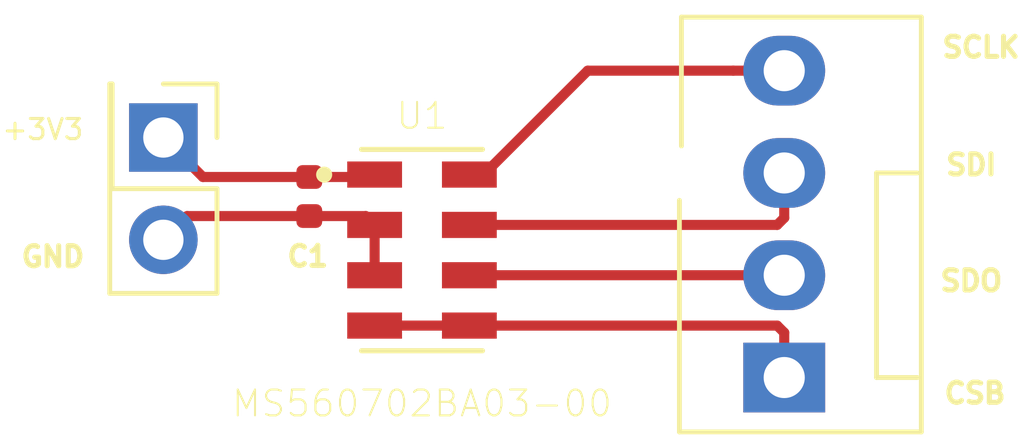
<source format=kicad_pcb>
(kicad_pcb (version 20171130) (host pcbnew "(5.0.0)")

  (general
    (thickness 1.6)
    (drawings 6)
    (tracks 21)
    (zones 0)
    (modules 4)
    (nets 7)
  )

  (page A4)
  (layers
    (0 F.Cu signal)
    (1 In1.Cu power)
    (2 In2.Cu power)
    (31 B.Cu signal)
    (32 B.Adhes user)
    (33 F.Adhes user)
    (34 B.Paste user)
    (35 F.Paste user)
    (36 B.SilkS user)
    (37 F.SilkS user)
    (38 B.Mask user)
    (39 F.Mask user)
    (40 Dwgs.User user)
    (41 Cmts.User user)
    (42 Eco1.User user)
    (43 Eco2.User user)
    (44 Edge.Cuts user)
    (45 Margin user)
    (46 B.CrtYd user)
    (47 F.CrtYd user)
    (48 B.Fab user)
    (49 F.Fab user)
  )

  (setup
    (last_trace_width 0.25)
    (trace_clearance 0.2)
    (zone_clearance 0.508)
    (zone_45_only no)
    (trace_min 0.2)
    (segment_width 0.2)
    (edge_width 0.1)
    (via_size 0.8)
    (via_drill 0.4)
    (via_min_size 0.4)
    (via_min_drill 0.3)
    (uvia_size 0.3)
    (uvia_drill 0.1)
    (uvias_allowed no)
    (uvia_min_size 0.2)
    (uvia_min_drill 0.1)
    (pcb_text_width 0.3)
    (pcb_text_size 1.5 1.5)
    (mod_edge_width 0.15)
    (mod_text_size 1 1)
    (mod_text_width 0.15)
    (pad_size 1.5 1.5)
    (pad_drill 0.6)
    (pad_to_mask_clearance 0)
    (aux_axis_origin 0 0)
    (visible_elements 7FFFFFFF)
    (pcbplotparams
      (layerselection 0x010fc_ffffffff)
      (usegerberextensions false)
      (usegerberattributes false)
      (usegerberadvancedattributes false)
      (creategerberjobfile false)
      (excludeedgelayer true)
      (linewidth 0.100000)
      (plotframeref false)
      (viasonmask false)
      (mode 1)
      (useauxorigin false)
      (hpglpennumber 1)
      (hpglpenspeed 20)
      (hpglpendiameter 15.000000)
      (psnegative false)
      (psa4output false)
      (plotreference true)
      (plotvalue true)
      (plotinvisibletext false)
      (padsonsilk false)
      (subtractmaskfromsilk false)
      (outputformat 1)
      (mirror false)
      (drillshape 1)
      (scaleselection 1)
      (outputdirectory ""))
  )

  (net 0 "")
  (net 1 +3V3)
  (net 2 GND)
  (net 3 /CSB)
  (net 4 /SDO)
  (net 5 /SDI)
  (net 6 /SCLK)

  (net_class Default "This is the default net class."
    (clearance 0.2)
    (trace_width 0.25)
    (via_dia 0.8)
    (via_drill 0.4)
    (uvia_dia 0.3)
    (uvia_drill 0.1)
    (add_net +3V3)
    (add_net /CSB)
    (add_net /SCLK)
    (add_net /SDI)
    (add_net /SDO)
    (add_net GND)
  )

  (module Connector:FanPinHeader_1x04_P2.54mm_Vertical (layer F.Cu) (tedit 5BC80010) (tstamp 5BC6E1E0)
    (at 135.89 106.68 90)
    (descr "4-pin CPU fan Through hole pin header, e.g. for Wieson part number 2366C888-007 Molex 47053-1000, Foxconn HF27040-M1, Tyco 1470947-1 or equivalent, see http://www.formfactors.org/developer%5Cspecs%5Crev1_2_public.pdf")
    (tags "pin header 4-pin CPU fan")
    (path /5BB59CF9)
    (fp_text reference "" (at 5.91 2.06) (layer F.SilkS) hide
      (effects (font (size 1 1) (thickness 0.15)))
    )
    (fp_text value "" (at 3.83 4.21 90) (layer F.Fab) hide
      (effects (font (size 0.5 0.5) (thickness 0.125)))
    )
    (fp_text user %R (at 8.89 -3.81 180) (layer F.Fab)
      (effects (font (size 1 1) (thickness 0.15)))
    )
    (fp_line (start -1.35 -2.6) (end 4.4 -2.6) (layer F.SilkS) (width 0.12))
    (fp_line (start 5.75 -2.55) (end 8.95 -2.55) (layer F.SilkS) (width 0.12))
    (fp_line (start 8.95 -2.55) (end 8.95 3.4) (layer F.SilkS) (width 0.12))
    (fp_line (start 8.95 3.4) (end -1.35 3.4) (layer F.SilkS) (width 0.12))
    (fp_line (start -1.35 3.4) (end -1.35 -2.6) (layer F.SilkS) (width 0.12))
    (fp_line (start 5.1 3.3) (end 5.1 2.3) (layer F.Fab) (width 0.1))
    (fp_line (start 5.1 2.3) (end 0 2.3) (layer F.Fab) (width 0.1))
    (fp_line (start 0 2.3) (end 0 3.3) (layer F.Fab) (width 0.1))
    (fp_line (start 5.75 -2.5) (end 8.85 -2.5) (layer F.Fab) (width 0.1))
    (fp_line (start 8.85 -2.5) (end 8.85 3.3) (layer F.Fab) (width 0.1))
    (fp_line (start 8.85 3.3) (end -1.2 3.3) (layer F.Fab) (width 0.1))
    (fp_line (start -1.2 3.3) (end -1.25 3.3) (layer F.Fab) (width 0.1))
    (fp_line (start -1.25 3.3) (end -1.25 -2.5) (layer F.Fab) (width 0.1))
    (fp_line (start -1.25 -2.5) (end 4.4 -2.5) (layer F.Fab) (width 0.1))
    (fp_line (start 0 3.3) (end 0 2.29) (layer F.SilkS) (width 0.12))
    (fp_line (start 0 2.29) (end 5.08 2.29) (layer F.SilkS) (width 0.12))
    (fp_line (start 5.08 2.29) (end 5.08 3.3) (layer F.SilkS) (width 0.12))
    (fp_line (start -1.75 3.8) (end -1.75 -3.2) (layer F.CrtYd) (width 0.05))
    (fp_line (start -1.75 3.8) (end 9.35 3.8) (layer F.CrtYd) (width 0.05))
    (fp_line (start 9.35 -3.2) (end -1.75 -3.2) (layer F.CrtYd) (width 0.05))
    (fp_line (start 9.35 -3.2) (end 9.35 3.8) (layer F.CrtYd) (width 0.05))
    (pad 1 thru_hole rect (at 0 0 180) (size 2.03 1.73) (drill 1.02) (layers *.Cu *.Mask)
      (net 3 /CSB))
    (pad 2 thru_hole oval (at 2.54 0 180) (size 2.03 1.73) (drill 1.02) (layers *.Cu *.Mask)
      (net 4 /SDO))
    (pad 3 thru_hole oval (at 5.08 0 180) (size 2.03 1.73) (drill 1.02) (layers *.Cu *.Mask)
      (net 5 /SDI))
    (pad 4 thru_hole oval (at 7.62 0 180) (size 2.03 1.73) (drill 1.02) (layers *.Cu *.Mask)
      (net 6 /SCLK))
    (pad "" np_thru_hole circle (at 5.08 -2.16 180) (size 1.1 1.1) (drill 1.1) (layers *.Cu *.Mask))
    (model ${KISYS3DMOD}/Connector.3dshapes/FanPinHeader_1x04_P2.54mm_Vertical.wrl
      (at (xyz 0 0 0))
      (scale (xyz 1 1 1))
      (rotate (xyz 0 0 0))
    )
  )

  (module MS560702BA03-00:SON125P500X300X100-8N (layer F.Cu) (tedit 0) (tstamp 5BC6E061)
    (at 126.905 103.515)
    (path /5BB59AA0)
    (attr smd)
    (fp_text reference U1 (at 0 -3.3333) (layer F.SilkS)
      (effects (font (size 0.641134 0.641134) (thickness 0.05)))
    )
    (fp_text value MS560702BA03-00 (at 0 3.81) (layer F.SilkS)
      (effects (font (size 0.641908 0.641908) (thickness 0.05)))
    )
    (fp_line (start -1.5 -2.5) (end -1.5 2.5) (layer Dwgs.User) (width 0.127))
    (fp_line (start -1.5 2.5) (end 1.5 2.5) (layer Dwgs.User) (width 0.127))
    (fp_line (start 1.5 2.5) (end 1.5 -2.5) (layer Dwgs.User) (width 0.127))
    (fp_line (start 1.5 -2.5) (end -1.5 -2.5) (layer Dwgs.User) (width 0.127))
    (fp_line (start -1.5 -2.5) (end 1.5 -2.5) (layer F.SilkS) (width 0.127))
    (fp_line (start -1.5 2.5) (end 1.5 2.5) (layer F.SilkS) (width 0.127))
    (fp_line (start -2.11 -2.75) (end -2.11 2.75) (layer Eco1.User) (width 0.05))
    (fp_line (start -2.11 2.75) (end 2.11 2.75) (layer Eco1.User) (width 0.05))
    (fp_line (start 2.11 2.75) (end 2.11 -2.75) (layer Eco1.User) (width 0.05))
    (fp_line (start 2.11 -2.75) (end -2.11 -2.75) (layer Eco1.User) (width 0.05))
    (fp_circle (center -2.427 -1.873) (end -2.327 -1.873) (layer F.SilkS) (width 0.2))
    (fp_poly (pts (xy -1.87796 -1.4375) (xy 1.875 -1.4375) (xy 1.875 -1.06418) (xy -1.87796 -1.06418)) (layer Dwgs.User) (width 0))
    (fp_poly (pts (xy -1.87762 -1.4375) (xy 1.875 -1.4375) (xy 1.875 -1.06398) (xy -1.87762 -1.06398)) (layer Dwgs.User) (width 0))
    (fp_poly (pts (xy -1.88126 -0.1875) (xy 1.875 -0.1875) (xy 1.875 0.188126) (xy -1.88126 0.188126)) (layer Dwgs.User) (width 0))
    (fp_poly (pts (xy -1.87822 -0.1875) (xy 1.875 -0.1875) (xy 1.875 0.187822) (xy -1.87822 0.187822)) (layer Dwgs.User) (width 0))
    (fp_poly (pts (xy -1.8797 1.0625) (xy 1.875 1.0625) (xy 1.875 1.4411) (xy -1.8797 1.4411)) (layer Dwgs.User) (width 0))
    (fp_poly (pts (xy -1.88007 1.0625) (xy 1.875 1.0625) (xy 1.875 1.44139) (xy -1.88007 1.44139)) (layer Dwgs.User) (width 0))
    (fp_poly (pts (xy -0.376184 -1.905) (xy 0.381 -1.905) (xy 0.381 1.93961) (xy -0.376184 1.93961)) (layer Dwgs.User) (width 0))
    (fp_poly (pts (xy -0.375701 -1.905) (xy 0.381 -1.905) (xy 0.381 1.93712) (xy -0.375701 1.93712)) (layer Dwgs.User) (width 0))
    (pad 1 smd rect (at -1.175 -1.875) (size 1.36 0.65) (layers F.Cu F.Paste F.Mask)
      (net 1 +3V3))
    (pad 8 smd rect (at 1.175 -1.875) (size 1.36 0.65) (layers F.Cu F.Paste F.Mask)
      (net 6 /SCLK))
    (pad 2 smd rect (at -1.175 -0.625) (size 1.36 0.65) (layers F.Cu F.Paste F.Mask)
      (net 2 GND))
    (pad 3 smd rect (at -1.175 0.625) (size 1.36 0.65) (layers F.Cu F.Paste F.Mask)
      (net 2 GND))
    (pad 4 smd rect (at -1.175 1.875) (size 1.36 0.65) (layers F.Cu F.Paste F.Mask)
      (net 3 /CSB))
    (pad 5 smd rect (at 1.175 1.875) (size 1.36 0.65) (layers F.Cu F.Paste F.Mask)
      (net 3 /CSB))
    (pad 6 smd rect (at 1.175 0.625) (size 1.36 0.65) (layers F.Cu F.Paste F.Mask)
      (net 4 /SDO))
    (pad 7 smd rect (at 1.175 -0.625) (size 1.36 0.65) (layers F.Cu F.Paste F.Mask)
      (net 5 /SDI))
  )

  (module Capacitor_SMD:C_0402_1005Metric (layer F.Cu) (tedit 5BC80128) (tstamp 5BC6E4DE)
    (at 124.11 102.185 270)
    (descr "Capacitor SMD 0402 (1005 Metric), square (rectangular) end terminal, IPC_7351 nominal, (Body size source: http://www.tortai-tech.com/upload/download/2011102023233369053.pdf), generated with kicad-footprint-generator")
    (tags capacitor)
    (path /5BB5E0FC)
    (attr smd)
    (fp_text reference C1 (at 1.485 0.04) (layer F.SilkS)
      (effects (font (size 0.5 0.5) (thickness 0.125)))
    )
    (fp_text value 100nF (at -1.395 0.84) (layer F.Fab)
      (effects (font (size 0.25 0.25) (thickness 0.0625)))
    )
    (fp_line (start -0.5 0.25) (end -0.5 -0.25) (layer F.Fab) (width 0.1))
    (fp_line (start -0.5 -0.25) (end 0.5 -0.25) (layer F.Fab) (width 0.1))
    (fp_line (start 0.5 -0.25) (end 0.5 0.25) (layer F.Fab) (width 0.1))
    (fp_line (start 0.5 0.25) (end -0.5 0.25) (layer F.Fab) (width 0.1))
    (fp_line (start -0.93 0.47) (end -0.93 -0.47) (layer F.CrtYd) (width 0.05))
    (fp_line (start -0.93 -0.47) (end 0.93 -0.47) (layer F.CrtYd) (width 0.05))
    (fp_line (start 0.93 -0.47) (end 0.93 0.47) (layer F.CrtYd) (width 0.05))
    (fp_line (start 0.93 0.47) (end -0.93 0.47) (layer F.CrtYd) (width 0.05))
    (fp_text user %R (at 0 0 270) (layer F.Fab)
      (effects (font (size 0.25 0.25) (thickness 0.04)))
    )
    (pad 1 smd roundrect (at -0.485 0 270) (size 0.59 0.64) (layers F.Cu F.Paste F.Mask) (roundrect_rratio 0.25)
      (net 1 +3V3))
    (pad 2 smd roundrect (at 0.485 0 270) (size 0.59 0.64) (layers F.Cu F.Paste F.Mask) (roundrect_rratio 0.25)
      (net 2 GND))
    (model ${KISYS3DMOD}/Capacitor_SMD.3dshapes/C_0402_1005Metric.wrl
      (at (xyz 0 0 0))
      (scale (xyz 1 1 1))
      (rotate (xyz 0 0 0))
    )
  )

  (module Connector_PinHeader_2.54mm:PinHeader_2x01_P2.54mm_Vertical (layer F.Cu) (tedit 5BC8008D) (tstamp 5BC70BA6)
    (at 120.49 100.72 270)
    (descr "Through hole straight pin header, 2x01, 2.54mm pitch, double rows")
    (tags "Through hole pin header THT 2x01 2.54mm double row")
    (path /5BBAC4EB)
    (fp_text reference "" (at -2.6 -1.89) (layer F.SilkS) hide
      (effects (font (size 1 1) (thickness 0.15)))
    )
    (fp_text value "" (at 1.25 2.57 270) (layer F.Fab)
      (effects (font (size 1 1) (thickness 0.15)))
    )
    (fp_line (start 0 -1.27) (end 3.81 -1.27) (layer F.Fab) (width 0.1))
    (fp_line (start 3.81 -1.27) (end 3.81 1.27) (layer F.Fab) (width 0.1))
    (fp_line (start 3.81 1.27) (end -1.27 1.27) (layer F.Fab) (width 0.1))
    (fp_line (start -1.27 1.27) (end -1.27 0) (layer F.Fab) (width 0.1))
    (fp_line (start -1.27 0) (end 0 -1.27) (layer F.Fab) (width 0.1))
    (fp_line (start -1.33 1.33) (end 3.87 1.33) (layer F.SilkS) (width 0.12))
    (fp_line (start -1.33 1.27) (end -1.33 1.33) (layer F.SilkS) (width 0.12))
    (fp_line (start 3.87 -1.33) (end 3.87 1.33) (layer F.SilkS) (width 0.12))
    (fp_line (start -1.33 1.27) (end 1.27 1.27) (layer F.SilkS) (width 0.12))
    (fp_line (start 1.27 1.27) (end 1.27 -1.33) (layer F.SilkS) (width 0.12))
    (fp_line (start 1.27 -1.33) (end 3.87 -1.33) (layer F.SilkS) (width 0.12))
    (fp_line (start -1.33 0) (end -1.33 -1.33) (layer F.SilkS) (width 0.12))
    (fp_line (start -1.33 -1.33) (end 0 -1.33) (layer F.SilkS) (width 0.12))
    (fp_line (start -1.8 -1.8) (end -1.8 1.8) (layer F.CrtYd) (width 0.05))
    (fp_line (start -1.8 1.8) (end 4.35 1.8) (layer F.CrtYd) (width 0.05))
    (fp_line (start 4.35 1.8) (end 4.35 -1.8) (layer F.CrtYd) (width 0.05))
    (fp_line (start 4.35 -1.8) (end -1.8 -1.8) (layer F.CrtYd) (width 0.05))
    (fp_text user %R (at 5.12 -1.18) (layer F.Fab)
      (effects (font (size 1 1) (thickness 0.15)))
    )
    (pad 1 thru_hole rect (at 0 0 270) (size 1.7 1.7) (drill 1) (layers *.Cu *.Mask)
      (net 1 +3V3))
    (pad 2 thru_hole oval (at 2.54 0 270) (size 1.7 1.7) (drill 1) (layers *.Cu *.Mask)
      (net 2 GND))
    (model ${KISYS3DMOD}/Connector_PinHeader_2.54mm.3dshapes/PinHeader_2x01_P2.54mm_Vertical.wrl
      (at (xyz 0 0 0))
      (scale (xyz 1 1 1))
      (rotate (xyz 0 0 0))
    )
  )

  (gr_text GND (at 117.75 103.68) (layer F.SilkS)
    (effects (font (size 0.5 0.5) (thickness 0.125)))
  )
  (gr_text +3V3 (at 117.5 100.52) (layer F.SilkS)
    (effects (font (size 0.5 0.5) (thickness 0.075)))
  )
  (gr_text CSB (at 140.62 107.07) (layer F.SilkS)
    (effects (font (size 0.5 0.5) (thickness 0.125)))
  )
  (gr_text SDO (at 140.53 104.28) (layer F.SilkS)
    (effects (font (size 0.5 0.5) (thickness 0.125)))
  )
  (gr_text SDI (at 140.53 101.4) (layer F.SilkS)
    (effects (font (size 0.5 0.5) (thickness 0.125)))
  )
  (gr_text SCLK (at 140.77 98.48) (layer F.SilkS)
    (effects (font (size 0.5 0.5) (thickness 0.125)))
  )

  (segment (start 125.67 101.7) (end 125.73 101.64) (width 0.25) (layer F.Cu) (net 1) (status 30))
  (segment (start 124.11 101.7) (end 125.67 101.7) (width 0.25) (layer F.Cu) (net 1) (status 30))
  (segment (start 121.47 101.7) (end 120.49 100.72) (width 0.25) (layer F.Cu) (net 1))
  (segment (start 124.11 101.7) (end 121.47 101.7) (width 0.25) (layer F.Cu) (net 1))
  (segment (start 125.51 102.67) (end 125.73 102.89) (width 0.25) (layer F.Cu) (net 2) (status 30))
  (segment (start 124.11 102.67) (end 125.51 102.67) (width 0.25) (layer F.Cu) (net 2) (status 30))
  (segment (start 125.73 104.14) (end 125.73 102.89) (width 0.25) (layer F.Cu) (net 2) (status 30))
  (segment (start 121.08 102.67) (end 120.49 103.26) (width 0.25) (layer F.Cu) (net 2))
  (segment (start 124.11 102.67) (end 121.08 102.67) (width 0.25) (layer F.Cu) (net 2))
  (segment (start 135.89 105.565) (end 135.89 106.68) (width 0.25) (layer F.Cu) (net 3) (tstamp 5BC6E0B6) (status 20))
  (segment (start 135.715 105.39) (end 135.89 105.565) (width 0.25) (layer F.Cu) (net 3) (tstamp 5BC6E0B3))
  (segment (start 128.08 105.39) (end 135.715 105.39) (width 0.25) (layer F.Cu) (net 3) (tstamp 5BC6E0B9) (status 10))
  (segment (start 125.73 105.39) (end 128.08 105.39) (width 0.25) (layer F.Cu) (net 3) (tstamp 5BC6E0AA) (status 30))
  (segment (start 128.08 104.14) (end 135.89 104.14) (width 0.25) (layer F.Cu) (net 4) (tstamp 5BC6E0A4) (status 30))
  (segment (start 135.89 102.715) (end 135.89 101.6) (width 0.25) (layer F.Cu) (net 5) (tstamp 5BC6E0AD) (status 20))
  (segment (start 135.715 102.89) (end 135.89 102.715) (width 0.25) (layer F.Cu) (net 5) (tstamp 5BC6E0B0))
  (segment (start 128.08 102.89) (end 135.715 102.89) (width 0.25) (layer F.Cu) (net 5) (tstamp 5BC6E0A1) (status 10))
  (segment (start 128.435 101.64) (end 131.015 99.06) (width 0.25) (layer F.Cu) (net 6) (tstamp 5BC6E0BC) (status 10))
  (segment (start 128.08 101.64) (end 128.435 101.64) (width 0.25) (layer F.Cu) (net 6) (tstamp 5BC6E09E) (status 30))
  (segment (start 131.015 99.06) (end 134.625 99.06) (width 0.25) (layer F.Cu) (net 6) (tstamp 5BC6E0BF))
  (segment (start 134.625 99.06) (end 135.89 99.06) (width 0.25) (layer F.Cu) (net 6) (tstamp 5BC6E0A7) (status 20))

)

</source>
